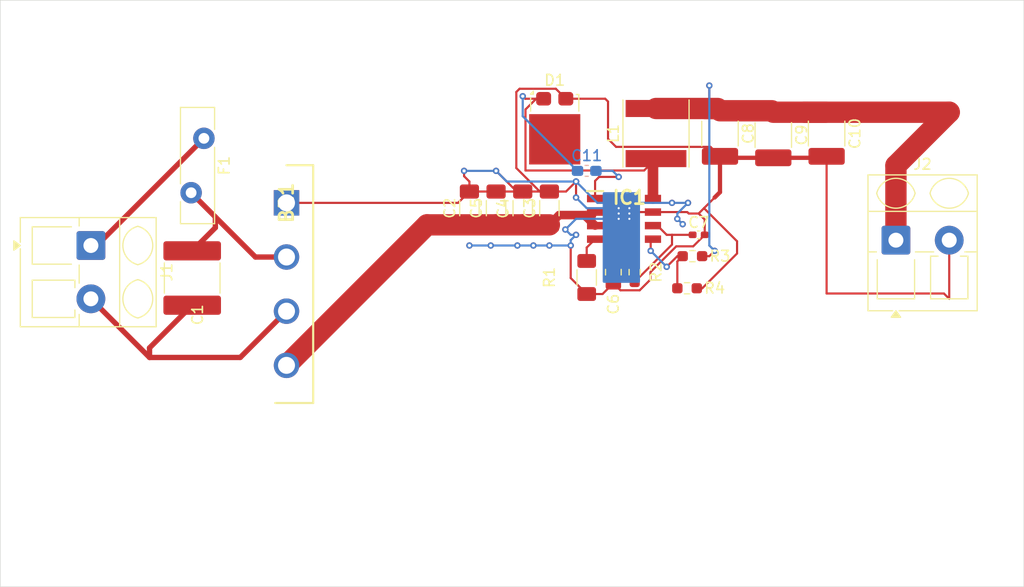
<source format=kicad_pcb>
(kicad_pcb (version 20241229) (generator "pcbnew") (generator_version "9.0")
  (layers (0 "F.Cu" signal) (2 "B.Cu" signal) (13 "F.Paste" user) (15 "B.Paste" user) (5 "F.SilkS" user "F.Silkscreen") (7 "B.SilkS" user "B.Silkscreen") (1 "F.Mask" user) (3 "B.Mask" user) (25 "Edge.Cuts" user))
  (net 0 "")
  (net 1 "+VDC")
  (net 2 "NEUT")
  (net 3 "AC")
  (net 4 "GND")
  (net 5 "Net-(C6-Pad1)")
  (net 6 "Net-(IC1-COMP)")
  (net 7 "+5V")
  (net 8 "Net-(D1-K)")
  (net 9 "Net-(IC1-BOOT)")
  (net 10 "Net-(J1-Pin_1)")
  (net 11 "Net-(IC1-FB)")
  (net 12 "Net-(IC1-RT{slash}SYNC)")
  (footprint "Capacitor_SMD:C_1206_3216Metric_Pad1.33x1.80mm_HandSolder" (layer "F.Cu") (at 209.5 102 90)
    (property "Reference" "C2" (at 0 -1.85 90) (layer "F.SilkS"))
    (property "Value" "C")
    (fp_line (start -0.711252 -0.91) (end 0.711252 -0.91) (stroke (width 0.12)) (layer "F.SilkS"))
    (fp_line (start -0.711252 0.91) (end 0.711252 0.91) (stroke (width 0.12)) (layer "F.SilkS"))
    (pad "1" smd roundrect (at -1.5625 0 90) (size 1.325 1.8) (layers "F.Cu" "F.Mask" "F.Paste") (roundrect_rratio 0.188679) (net 1 "+VDC"))
    (pad "2" smd roundrect (at 1.5625 0 90) (size 1.325 1.8) (layers "F.Cu" "F.Mask" "F.Paste") (roundrect_rratio 0.188679) (net 4 "GND"))
  )
  (footprint "Capacitor_SMD:C_1206_3216Metric_Pad1.33x1.80mm_HandSolder" (layer "F.Cu") (at 217 102 90)
    (property "Reference" "C3" (at 0 -1.85 90) (layer "F.SilkS"))
    (property "Value" "C")
    (fp_line (start -0.711252 -0.91) (end 0.711252 -0.91) (stroke (width 0.12)) (layer "F.SilkS"))
    (fp_line (start -0.711252 0.91) (end 0.711252 0.91) (stroke (width 0.12)) (layer "F.SilkS"))
    (pad "1" smd roundrect (at -1.5625 0 90) (size 1.325 1.8) (layers "F.Cu" "F.Mask" "F.Paste") (roundrect_rratio 0.188679) (net 1 "+VDC"))
    (pad "2" smd roundrect (at 1.5625 0 90) (size 1.325 1.8) (layers "F.Cu" "F.Mask" "F.Paste") (roundrect_rratio 0.188679) (net 4 "GND"))
  )
  (footprint "Resistor_SMD:R_0603_1608Metric_Pad0.98x0.95mm_HandSolder" (layer "F.Cu") (at 230.4125 106.5 180)
    (property "Reference" "R3" (at -2.5875 0 0) (layer "F.SilkS"))
    (property "Value" "R")
    (fp_line (start -0.254724 0.5225) (end 0.254724 0.5225) (stroke (width 0.12)) (layer "F.SilkS"))
    (fp_line (start -0.254724 -0.5225) (end 0.254724 -0.5225) (stroke (width 0.12)) (layer "F.SilkS"))
    (pad "1" smd roundrect (at -0.9125 0 180) (size 0.975 0.95) (layers "F.Cu" "F.Mask" "F.Paste") (net 7 "+5V"))
    (pad "2" smd roundrect (at 0.9125 0 180) (size 0.975 0.95) (layers "F.Cu" "F.Mask" "F.Paste") (net 11 "Net-(IC1-FB)"))
  )
  (footprint "Resistor_SMD:R_1206_3216Metric_Pad1.30x1.75mm_HandSolder" (layer "F.Cu") (at 220.5 108.5 -90)
    (property "Reference" "R1" (at 0 3.5 90) (layer "F.SilkS"))
    (property "Value" "249k")
    (fp_line (start -0.727064 0.91) (end 0.727064 0.91) (stroke (width 0.12)) (layer "F.SilkS"))
    (fp_line (start -0.727064 -0.91) (end 0.727064 -0.91) (stroke (width 0.12)) (layer "F.SilkS"))
    (pad "1" smd roundrect (at -1.55 0 270) (size 1.3 1.75) (layers "F.Cu" "F.Mask" "F.Paste") (roundrect_rratio 0.192308) (net 12 "Net-(IC1-RT{slash}SYNC)"))
    (pad "2" smd roundrect (at 1.55 0 270) (size 1.3 1.75) (layers "F.Cu" "F.Mask" "F.Paste") (roundrect_rratio 0.192308) (net 4 "GND"))
  )
  (footprint "TerminalBlock_MetzConnect:TerminalBlock_MetzConnect_Type205_RT04502UBLC_1x02_P5.00mm_45Degree" (layer "F.Cu") (at 174 105.5 -90)
    (property "Reference" "J1" (at 2.5 -7.12 90) (layer "F.SilkS"))
    (property "Value" "Screw_Terminal_01x02")
    (fp_line (start -2.62 6.62) (end -2.62 -6.12) (stroke (width 0.12)) (layer "F.SilkS"))
    (fp_line (start -0.3 6.62) (end -2.62 6.62) (stroke (width 0.12)) (layer "F.SilkS"))
    (fp_line (start 7.62 6.62) (end 0.3 6.62) (stroke (width 0.12)) (layer "F.SilkS"))
    (fp_line (start -1.75 5.5) (end -1.75 1.83) (stroke (width 0.12)) (layer "F.SilkS"))
    (fp_line (start 1.75 5.5) (end -1.75 5.5) (stroke (width 0.12)) (layer "F.SilkS"))
    (fp_line (start 3.25 5.5) (end 3.25 1.5) (stroke (width 0.12)) (layer "F.SilkS"))
    (fp_line (start 6.75 5.5) (end 3.25 5.5) (stroke (width 0.12)) (layer "F.SilkS"))
    (fp_line (start 1.75 1.83) (end 1.75 5.5) (stroke (width 0.12)) (layer "F.SilkS"))
    (fp_line (start 3.25 1.5) (end 3.952 1.5) (stroke (width 0.12)) (layer "F.SilkS"))
    (fp_line (start 6.048 1.5) (end 6.75 1.5) (stroke (width 0.12)) (layer "F.SilkS"))
    (fp_line (start 6.75 1.5) (end 6.75 5.5) (stroke (width 0.12)) (layer "F.SilkS"))
    (fp_line (start -2.62 1.1) (end -1.83 1.1) (stroke (width 0.12)) (layer "F.SilkS"))
    (fp_line (start 1.83 1.1) (end 3.538 1.1) (stroke (width 0.12)) (layer "F.SilkS"))
    (fp_line (start 6.462 1.1) (end 7.62 1.1) (stroke (width 0.12)) (layer "F.SilkS"))
    (fp_line (start -2.62 -2.7) (end 7.62 -2.7) (stroke (width 0.12)) (layer "F.SilkS"))
    (fp_line (start -2.62 -6.12) (end 7.62 -6.12) (stroke (width 0.12)) (layer "F.SilkS"))
    (fp_line (start 7.62 -6.12) (end 7.62 6.62) (stroke (width 0.12)) (layer "F.SilkS"))
    (fp_arc (start -1.8 -4.4) (mid 0 -5.8) (end 1.8 -4.4) (stroke (width 0.12)) (layer "F.SilkS"))
    (fp_arc (start 1.8 -4.4) (mid 0 -3) (end -1.8 -4.4) (stroke (width 0.12)) (layer "F.SilkS"))
    (fp_arc (start 3.2 -4.4) (mid 5 -5.8) (end 6.8 -4.4) (stroke (width 0.12)) (layer "F.SilkS"))
    (fp_arc (start 6.8 -4.4) (mid 5 -3) (end 3.2 -4.4) (stroke (width 0.12)) (layer "F.SilkS"))
    (fp_poly (pts (xy 0 6.62) (xy 0.44 7.23) (xy -0.44 7.23)) (stroke (width 0.12)) (fill yes) (layer "F.SilkS"))
    (pad "1" thru_hole roundrect (at 0 0 270) (size 2.7 2.7) (drill 1.4) (layers "*.Cu" "*.Mask") (roundrect_rratio 0.092593) (net 10 "Net-(J1-Pin_1)"))
    (pad "2" thru_hole circle (at 5 0 270) (size 2.7 2.7) (drill 1.4) (layers "*.Cu" "*.Mask") (net 2 "NEUT"))
  )
  (footprint "Package_TO_SOT_SMD:TO-277A" (layer "F.Cu") (at 217.5 94.5)
    (property "Reference" "D1" (at 0 -4.5 180) (layer "F.SilkS"))
    (property "Value" "D")
    (fp_line (start -2.26 -2.87) (end -2.26 -1.6) (stroke (width 0.12)) (layer "F.SilkS"))
    (fp_line (start 2.26 -3.16) (end 2.02 -3.16) (stroke (width 0.12)) (layer "F.SilkS"))
    (fp_line (start 2.26 -3.16) (end 2.26 -1.6) (stroke (width 0.12)) (layer "F.SilkS"))
    (fp_poly (pts (xy -2 -3.19) (xy -2.28 -3.19) (xy -2 -3.47) (xy -2 -3.19)) (stroke (width 0.12)) (fill yes) (layer "F.SilkS"))
    (pad "1" smd roundrect (at -1.04 -2.765) (size 1.4 1.27) (layers "F.Cu" "F.Mask" "F.Paste") (net 8 "Net-(D1-K)"))
    (pad "2" smd roundrect (at 1.04 -2.765) (size 1.4 1.27) (layers "F.Cu" "F.Mask" "F.Paste") (net 4 "GND"))
    (pad "3" smd rect (at 0 1.04) (size 4.8 4.72) (layers "F.Cu" "F.Mask"))
  )
  (footprint "Resistor_SMD:R_0603_1608Metric_Pad0.98x0.95mm_HandSolder" (layer "F.Cu") (at 225 108 90)
    (property "Reference" "R2" (at 0 2 90) (layer "F.SilkS"))
    (property "Value" "R")
    (fp_line (start -0.254724 -0.5225) (end 0.254724 -0.5225) (stroke (width 0.12)) (layer "F.SilkS"))
    (fp_line (start -0.254724 0.5225) (end 0.254724 0.5225) (stroke (width 0.12)) (layer "F.SilkS"))
    (pad "1" smd roundrect (at -0.9125 0 90) (size 0.975 0.95) (layers "F.Cu" "F.Mask" "F.Paste") (net 6 "Net-(IC1-COMP)"))
    (pad "2" smd roundrect (at 0.9125 0 90) (size 0.975 0.95) (layers "F.Cu" "F.Mask" "F.Paste") (net 5 "Net-(C6-Pad1)"))
  )
  (footprint "TerminalBlock_MetzConnect:TerminalBlock_MetzConnect_Type205_RT04502UBLC_1x02_P5.00mm_45Degree" (layer "F.Cu") (at 249.5 105)
    (property "Reference" "J2" (at 2.5 -7.12 0) (layer "F.SilkS"))
    (property "Value" "Screw_Terminal_01x02")
    (fp_line (start -2.62 -6.12) (end 7.62 -6.12) (stroke (width 0.12)) (layer "F.SilkS"))
    (fp_line (start -2.62 -2.7) (end 7.62 -2.7) (stroke (width 0.12)) (layer "F.SilkS"))
    (fp_line (start -2.62 1.1) (end -1.83 1.1) (stroke (width 0.12)) (layer "F.SilkS"))
    (fp_line (start -2.62 6.62) (end -2.62 -6.12) (stroke (width 0.12)) (layer "F.SilkS"))
    (fp_line (start -1.75 5.5) (end -1.75 1.83) (stroke (width 0.12)) (layer "F.SilkS"))
    (fp_line (start -0.3 6.62) (end -2.62 6.62) (stroke (width 0.12)) (layer "F.SilkS"))
    (fp_line (start 1.75 1.83) (end 1.75 5.5) (stroke (width 0.12)) (layer "F.SilkS"))
    (fp_line (start 1.75 5.5) (end -1.75 5.5) (stroke (width 0.12)) (layer "F.SilkS"))
    (fp_line (start 1.83 1.1) (end 3.538 1.1) (stroke (width 0.12)) (layer "F.SilkS"))
    (fp_line (start 3.25 1.5) (end 3.952 1.5) (stroke (width 0.12)) (layer "F.SilkS"))
    (fp_line (start 3.25 5.5) (end 3.25 1.5) (stroke (width 0.12)) (layer "F.SilkS"))
    (fp_line (start 6.048 1.5) (end 6.75 1.5) (stroke (width 0.12)) (layer "F.SilkS"))
    (fp_line (start 6.462 1.1) (end 7.62 1.1) (stroke (width 0.12)) (layer "F.SilkS"))
    (fp_line (start 6.75 1.5) (end 6.75 5.5) (stroke (width 0.12)) (layer "F.SilkS"))
    (fp_line (start 6.75 5.5) (end 3.25 5.5) (stroke (width 0.12)) (layer "F.SilkS"))
    (fp_line (start 7.62 -6.12) (end 7.62 6.62) (stroke (width 0.12)) (layer "F.SilkS"))
    (fp_line (start 7.62 6.62) (end 0.3 6.62) (stroke (width 0.12)) (layer "F.SilkS"))
    (fp_arc (start -1.8 -4.4) (mid 0 -5.8) (end 1.8 -4.4) (stroke (width 0.12)) (layer "F.SilkS"))
    (fp_arc (start 1.8 -4.4) (mid 0 -3) (end -1.8 -4.4) (stroke (width 0.12)) (layer "F.SilkS"))
    (fp_arc (start 3.2 -4.4) (mid 5 -5.8) (end 6.8 -4.4) (stroke (width 0.12)) (layer "F.SilkS"))
    (fp_arc (start 6.8 -4.4) (mid 5 -3) (end 3.2 -4.4) (stroke (width 0.12)) (layer "F.SilkS"))
    (fp_poly (pts (xy 0 6.62) (xy 0.44 7.23) (xy -0.44 7.23)) (stroke (width 0.12)) (fill yes) (layer "F.SilkS"))
    (pad "1" thru_hole roundrect (at 0 0) (size 2.7 2.7) (drill 1.4) (layers "*.Cu" "*.Mask") (roundrect_rratio 0.092593) (net 7 "+5V"))
    (pad "2" thru_hole circle (at 5 0) (size 2.7 2.7) (drill 1.4) (layers "*.Cu" "*.Mask") (net 4 "GND"))
  )
  (footprint "Capacitor_SMD:C_0402_1005Metric_Pad0.74x0.62mm_HandSolder" (layer "F.Cu") (at 231 104.5)
    (property "Reference" "C7" (at 0 -1.16 0) (layer "F.SilkS"))
    (property "Value" "C")
    (fp_line (start -0.115835 -0.36) (end 0.115835 -0.36) (stroke (width 0.12)) (layer "F.SilkS"))
    (fp_line (start -0.115835 0.36) (end 0.115835 0.36) (stroke (width 0.12)) (layer "F.SilkS"))
    (pad "1" smd roundrect (at -0.5675 0) (size 0.735 0.62) (layers "F.Cu" "F.Mask" "F.Paste") (net 6 "Net-(IC1-COMP)"))
    (pad "2" smd roundrect (at 0.5675 0) (size 0.735 0.62) (layers "F.Cu" "F.Mask" "F.Paste") (net 4 "GND"))
  )
  (footprint "Capacitor_SMD:C_1206_3216Metric_Pad1.33x1.80mm_HandSolder" (layer "F.Cu") (at 212 102 90)
    (property "Reference" "C5" (at 0 -1.85 90) (layer "F.SilkS"))
    (property "Value" "C")
    (fp_line (start -0.711252 -0.91) (end 0.711252 -0.91) (stroke (width 0.12)) (layer "F.SilkS"))
    (fp_line (start -0.711252 0.91) (end 0.711252 0.91) (stroke (width 0.12)) (layer "F.SilkS"))
    (pad "1" smd roundrect (at -1.5625 0 90) (size 1.325 1.8) (layers "F.Cu" "F.Mask" "F.Paste") (roundrect_rratio 0.188679) (net 1 "+VDC"))
    (pad "2" smd roundrect (at 1.5625 0 90) (size 1.325 1.8) (layers "F.Cu" "F.Mask" "F.Paste") (roundrect_rratio 0.188679) (net 4 "GND"))
  )
  (footprint "Capacitor_SMD:C_1812_4532Metric_Pad1.57x3.40mm_HandSolder" (layer "F.Cu") (at 243 95 -90)
    (property "Reference" "C10" (at 0 -2.65 90) (layer "F.SilkS"))
    (property "Value" "C")
    (fp_line (start -1.161252 1.71) (end 1.161252 1.71) (stroke (width 0.12)) (layer "F.SilkS"))
    (fp_line (start -1.161252 -1.71) (end 1.161252 -1.71) (stroke (width 0.12)) (layer "F.SilkS"))
    (pad "1" smd roundrect (at -2.1375 0 270) (size 1.575 3.4) (layers "F.Cu" "F.Mask" "F.Paste") (roundrect_rratio 0.15873) (net 7 "+5V"))
    (pad "2" smd roundrect (at 2.1375 0 270) (size 1.575 3.4) (layers "F.Cu" "F.Mask" "F.Paste") (roundrect_rratio 0.15873) (net 4 "GND"))
  )
  (footprint "Inductor_SMD:L_Taiyo-Yuden_NR-60xx" (layer "F.Cu") (at 227 95 90)
    (property "Reference" "L1" (at 0 -4 90) (layer "F.SilkS"))
    (property "Value" "L")
    (fp_line (start -3.15 -3.1) (end 3.15 -3.1) (stroke (width 0.12)) (layer "F.SilkS"))
    (fp_line (start -3.15 3.1) (end 3.15 3.1) (stroke (width 0.12)) (layer "F.SilkS"))
    (pad "1" smd rect (at -2.35 0 90) (size 1.6 5.7) (layers "F.Cu" "F.Mask" "F.Paste") (net 8 "Net-(D1-K)"))
    (pad "2" smd rect (at 2.35 0 90) (size 1.6 5.7) (layers "F.Cu" "F.Mask" "F.Paste") (net 7 "+5V"))
  )
  (footprint "Capacitor_SMD:C_0805_2012Metric_Pad1.18x1.45mm_HandSolder" (layer "F.Cu") (at 223 108 -90)
    (property "Reference" "C6" (at 3 0 90) (layer "F.SilkS"))
    (property "Value" "C")
    (fp_line (start -0.261252 0.735) (end 0.261252 0.735) (stroke (width 0.12)) (layer "F.SilkS"))
    (fp_line (start -0.261252 -0.735) (end 0.261252 -0.735) (stroke (width 0.12)) (layer "F.SilkS"))
    (pad "1" smd roundrect (at -1.0375 0 270) (size 1.175 1.45) (layers "F.Cu" "F.Mask" "F.Paste") (roundrect_rratio 0.212766) (net 5 "Net-(C6-Pad1)"))
    (pad "2" smd roundrect (at 1.0375 0 270) (size 1.175 1.45) (layers "F.Cu" "F.Mask" "F.Paste") (roundrect_rratio 0.212766) (net 4 "GND"))
  )
  (footprint "rt6365gsp:SOIC127P600X175-9N" (layer "F.Cu") (at 224 103)
    (property "Reference" "IC1" (at 0.5 -2 0) (layer "F.SilkS") (effects (font (size 1.27 1.27) (thickness 0.254))))
    (property "Value" "RT6365GSP" (hide yes))
    (fp_line (start -3.475 -2.605) (end -1.952 -2.605) (stroke (width 0.2)) (layer "F.SilkS"))
    (pad "1" smd rect (at -2.714 -1.905 90) (size 0.7 1.522) (layers "F.Cu" "F.Mask" "F.Paste") (net 9 "Net-(IC1-BOOT)"))
    (pad "2" smd rect (at -2.714 -0.635 90) (size 0.7 1.522) (layers "F.Cu" "F.Mask" "F.Paste") (net 1 "+VDC"))
    (pad "3" smd rect (at -2.714 0.635 90) (size 0.7 1.522) (layers "F.Cu" "F.Mask" "F.Paste") (net 1 "+VDC"))
    (pad "4" smd rect (at -2.714 1.905 90) (size 0.7 1.522) (layers "F.Cu" "F.Mask" "F.Paste") (net 12 "Net-(IC1-RT{slash}SYNC)"))
    (pad "5" smd rect (at 2.714 1.905 90) (size 0.7 1.522) (layers "F.Cu" "F.Mask" "F.Paste") (net 11 "Net-(IC1-FB)"))
    (pad "6" smd rect (at 2.714 0.635 90) (size 0.7 1.522) (layers "F.Cu" "F.Mask" "F.Paste") (net 6 "Net-(IC1-COMP)"))
    (pad "7" smd rect (at 2.714 -0.635 90) (size 0.7 1.522) (layers "F.Cu" "F.Mask" "F.Paste") (net 4 "GND"))
    (pad "8" smd rect (at 2.714 -1.905 90) (size 0.7 1.522) (layers "F.Cu" "F.Mask" "F.Paste") (net 8 "Net-(D1-K)"))
    (pad "9" smd rect (at 0 0) (size 2.5 3.5) (layers "F.Cu" "F.Mask" "F.Paste") (net 4 "GND"))
  )
  (footprint "Capacitor_SMD:C_2220_5750Metric" (layer "F.Cu") (at 183.5 108.55 90)
    (property "Reference" "C1" (at -3.45 0.5 90) (layer "F.SilkS"))
    (property "Value" "C")
    (fp_line (start -1.415748 -2.61) (end 1.415748 -2.61) (stroke (width 0.12)) (layer "F.SilkS"))
    (fp_line (start -1.415748 2.61) (end 1.415748 2.61) (stroke (width 0.12)) (layer "F.SilkS"))
    (pad "1" smd roundrect (at -2.55 0 90) (size 1.8 5.4) (layers "F.Cu" "F.Mask" "F.Paste") (roundrect_rratio 0.138889) (net 2 "NEUT"))
    (pad "2" smd roundrect (at 2.55 0 90) (size 1.8 5.4) (layers "F.Cu" "F.Mask" "F.Paste") (roundrect_rratio 0.138889) (net 3 "AC"))
  )
  (footprint "Capacitor_SMD:C_1812_4532Metric_Pad1.57x3.40mm_HandSolder" (layer "F.Cu") (at 233 95 -90)
    (property "Reference" "C8" (at 0 -2.65 90) (layer "F.SilkS"))
    (property "Value" "C")
    (fp_line (start -1.161252 1.71) (end 1.161252 1.71) (stroke (width 0.12)) (layer "F.SilkS"))
    (fp_line (start -1.161252 -1.71) (end 1.161252 -1.71) (stroke (width 0.12)) (layer "F.SilkS"))
    (pad "1" smd roundrect (at -2.1375 0 270) (size 1.575 3.4) (layers "F.Cu" "F.Mask" "F.Paste") (roundrect_rratio 0.15873) (net 7 "+5V"))
    (pad "2" smd roundrect (at 2.1375 0 270) (size 1.575 3.4) (layers "F.Cu" "F.Mask" "F.Paste") (roundrect_rratio 0.15873) (net 4 "GND"))
  )
  (footprint "Capacitor_SMD:C_1206_3216Metric_Pad1.33x1.80mm_HandSolder" (layer "F.Cu") (at 214.5 102 90)
    (property "Reference" "C4" (at 0 -1.85 90) (layer "F.SilkS"))
    (property "Value" "C")
    (fp_line (start -0.711252 -0.91) (end 0.711252 -0.91) (stroke (width 0.12)) (layer "F.SilkS"))
    (fp_line (start -0.711252 0.91) (end 0.711252 0.91) (stroke (width 0.12)) (layer "F.SilkS"))
    (pad "1" smd roundrect (at -1.5625 0 90) (size 1.325 1.8) (layers "F.Cu" "F.Mask" "F.Paste") (roundrect_rratio 0.188679) (net 1 "+VDC"))
    (pad "2" smd roundrect (at 1.5625 0 90) (size 1.325 1.8) (layers "F.Cu" "F.Mask" "F.Paste") (roundrect_rratio 0.188679) (net 4 "GND"))
  )
  (footprint "Fuse:Fuse_Bourns_MF-RG600" (layer "F.Cu") (at 184.6 95.45 -90)
    (property "Reference" "F1" (at 2.55 -1.9 90) (layer "F.SilkS"))
    (property "Value" "Polyfuse")
    (fp_line (start -2.9 2.2) (end -2.9 -1) (stroke (width 0.12)) (layer "F.SilkS"))
    (fp_line (start 4.262 2.2) (end -2.9 2.2) (stroke (width 0.12)) (layer "F.SilkS"))
    (fp_line (start 8 2.2) (end 5.938 2.2) (stroke (width 0.12)) (layer "F.SilkS"))
    (fp_line (start -2.9 -1) (end -0.838 -1) (stroke (width 0.12)) (layer "F.SilkS"))
    (fp_line (start 0.838 -1) (end 8 -1) (stroke (width 0.12)) (layer "F.SilkS"))
    (fp_line (start 8 -1) (end 8 2.2) (stroke (width 0.12)) (layer "F.SilkS"))
    (pad "1" thru_hole circle (at 0 0 270) (size 2.01 2.01) (drill 1.01) (layers "*.Cu" "*.Mask") (net 10 "Net-(J1-Pin_1)"))
    (pad "2" thru_hole circle (at 5.1 1.2 270) (size 2.01 2.01) (drill 1.01) (layers "*.Cu" "*.Mask") (net 3 "AC"))
  )
  (footprint "gbu1010:TO508P356X2205X2135-4P" (layer "F.Cu") (at 192.346 101.5 -90)
    (property "Reference" "BR1" (at 0 0 270) (layer "F.SilkS") (effects (font (size 1.27 1.27) (thickness 0.254))))
    (property "Value" "GBU1010" (hide yes))
    (fp_line (start 18.77 1.06) (end 18.77 -2.5) (stroke (width 0.2)) (layer "F.SilkS"))
    (fp_line (start -3.53 -2.5) (end -3.53 0) (stroke (width 0.2)) (layer "F.SilkS"))
    (fp_line (start 18.77 -2.5) (end -3.53 -2.5) (stroke (width 0.2)) (layer "F.SilkS"))
    (pad "1" thru_hole rect (at 0 0 270) (size 2.385 2.385) (drill 1.59) (layers "*.Cu" "*.Mask") (net 4 "GND"))
    (pad "2" thru_hole circle (at 5.08 0 270) (size 2.385 2.385) (drill 1.59) (layers "*.Cu" "*.Mask") (net 3 "AC"))
    (pad "3" thru_hole circle (at 10.16 0 270) (size 2.385 2.385) (drill 1.59) (layers "*.Cu" "*.Mask") (net 2 "NEUT"))
    (pad "4" thru_hole circle (at 15.24 0 270) (size 2.385 2.385) (drill 1.59) (layers "*.Cu" "*.Mask") (net 1 "+VDC"))
  )
  (footprint "Resistor_SMD:R_0603_1608Metric_Pad0.98x0.95mm_HandSolder" (layer "F.Cu") (at 229.9125 109.51)
    (property "Reference" "R4" (at 2.5875 -0.01 0) (layer "F.SilkS"))
    (property "Value" "R")
    (fp_line (start -0.254724 -0.5225) (end 0.254724 -0.5225) (stroke (width 0.12)) (layer "F.SilkS"))
    (fp_line (start -0.254724 0.5225) (end 0.254724 0.5225) (stroke (width 0.12)) (layer "F.SilkS"))
    (pad "1" smd roundrect (at -0.9125 0) (size 0.975 0.95) (layers "F.Cu" "F.Mask" "F.Paste") (net 11 "Net-(IC1-FB)"))
    (pad "2" smd roundrect (at 0.9125 0) (size 0.975 0.95) (layers "F.Cu" "F.Mask" "F.Paste") (net 4 "GND"))
  )
  (footprint "Capacitor_SMD:C_1812_4532Metric_Pad1.57x3.40mm_HandSolder" (layer "F.Cu") (at 238 95.1375 -90)
    (property "Reference" "C9" (at 0 -2.65 90) (layer "F.SilkS"))
    (property "Value" "C")
    (fp_line (start -1.161252 1.71) (end 1.161252 1.71) (stroke (width 0.12)) (layer "F.SilkS"))
    (fp_line (start -1.161252 -1.71) (end 1.161252 -1.71) (stroke (width 0.12)) (layer "F.SilkS"))
    (pad "1" smd roundrect (at -2.1375 0 270) (size 1.575 3.4) (layers "F.Cu" "F.Mask" "F.Paste") (roundrect_rratio 0.15873) (net 7 "+5V"))
    (pad "2" smd roundrect (at 2.1375 0 270) (size 1.575 3.4) (layers "F.Cu" "F.Mask" "F.Paste") (roundrect_rratio 0.15873) (net 4 "GND"))
  )
  (footprint "Capacitor_SMD:C_0603_1608Metric_Pad1.08x0.95mm_HandSolder" (layer "B.Cu") (at 220.5 98.5 180)
    (property "Reference" "C11" (at 0 1.43 0) (layer "B.Cu"))
    (property "Value" "C")
    (fp_line (start -0.146267 0.51) (end 0.146267 0.51) (stroke (width 0.12)) (layer "B.SilkS"))
    (fp_line (start -0.146267 -0.51) (end 0.146267 -0.51) (stroke (width 0.12)) (layer "B.SilkS"))
    (pad "1" smd roundrect (at -0.8625 0 180) (size 1.075 0.95) (layers "B.Cu" "B.Mask" "B.Paste") (net 9 "Net-(IC1-BOOT)"))
    (pad "2" smd roundrect (at 0.8625 0 180) (size 1.075 0.95) (layers "B.Cu" "B.Mask" "B.Paste") (net 8 "Net-(D1-K)"))
  )
  (gr_line (start 232.5 93) (end 233.5 93) (stroke (width 0.2)) (layer "F.Cu") (net 7))
  (gr_line (start 236.5 93) (end 239 93) (stroke (width 0.2)) (layer "F.Cu") (net 7))
  (gr_rect (start 165.5 82.5) (end 261.5 137.5) (stroke (width 0.05)) (fill no) (layer "Edge.Cuts"))
  (segment (start 217.9165 102.646) (end 220.5 102.646) (width 0.8) (layer "F.Cu") (net 1))
  (segment (start 192.346 116.74) (end 205.5235 103.5625) (width 2) (layer "F.Cu") (net 1))
  (segment (start 205.5235 103.5625) (end 212 103.5625) (width 2) (layer "F.Cu") (net 1))
  (segment (start 220.5 102.646) (end 220.5 102.849) (width 0.8) (layer "F.Cu") (net 1))
  (segment (start 214.5 103.5625) (end 217 103.5625) (width 2) (layer "F.Cu") (net 1))
  (segment (start 220.5 102.849) (end 221.286 103.635) (width 0.8) (layer "F.Cu") (net 1))
  (segment (start 217.9165 102.646) (end 217 103.5625) (width 0.8) (layer "F.Cu") (net 1))
  (segment (start 220.5 102.646) (end 221.005 102.646) (width 0.8) (layer "F.Cu") (net 1))
  (segment (start 212 103.5625) (end 214.5 103.5625) (width 2) (layer "F.Cu") (net 1))
  (segment (start 174 110.5) (end 179.5 116) (width 0.5) (layer "F.Cu") (net 2))
  (segment (start 179.5 115.1) (end 179.5 116) (width 0.5) (layer "F.Cu") (net 2))
  (segment (start 179.5 116) (end 188.006 116) (width 0.5) (layer "F.Cu") (net 2))
  (segment (start 188.006 116) (end 192.346 111.66) (width 0.5) (layer "F.Cu") (net 2))
  (segment (start 183.5 111.1) (end 179.5 115.1) (width 0.5) (layer "F.Cu") (net 2))
  (segment (start 189.43 106.58) (end 192.346 106.58) (width 0.5) (layer "F.Cu") (net 3))
  (segment (start 183.4 100.55) (end 185.675 102.825) (width 0.2) (layer "F.Cu") (net 3))
  (segment (start 185.675 102.825) (end 185.675 103.825) (width 0.5) (layer "F.Cu") (net 3))
  (segment (start 185.675 102.825) (end 186 103.15) (width 0.2) (layer "F.Cu") (net 3))
  (segment (start 183.4 100.55) (end 189.43 106.58) (width 0.5) (layer "F.Cu") (net 3))
  (segment (start 185.675 103.825) (end 183.5 106) (width 0.5) (layer "F.Cu") (net 3))
  (segment (start 220.5 110.05) (end 221.9875 110.05) (width 0.2) (layer "F.Cu") (net 4))
  (segment (start 232.1115 96.249) (end 233 97.1375) (width 0.2) (layer "F.Cu") (net 4))
  (segment (start 238 97.275) (end 242.8625 97.275) (width 0.4) (layer "F.Cu") (net 4))
  (segment (start 243 110) (end 254 110) (width 0.2) (layer "F.Cu") (net 4))
  (segment (start 230.0675 102.5) (end 231 102.5) (width 0.2) (layer "F.Cu") (net 4))
  (segment (start 224.026 103.026) (end 224 103) (width 0.2) (layer "F.Cu") (net 4))
  (segment (start 214.5 100.4375) (end 217 100.4375) (width 0.2) (layer "F.Cu") (net 4))
  (segment (start 224.635 102.365) (end 224 103) (width 0.2) (layer "F.Cu") (net 4))
  (segment (start 218.5 92) (end 219 92) (width 0.2) (layer "F.Cu") (net 4))
  (segment (start 219.5 101) (end 219.5 99.5) (width 0.2) (layer "F.Cu") (net 4))
  (segment (start 231.5 102) (end 232.5 101) (width 0.2) (layer "F.Cu") (net 4))
  (segment (start 212 98.5) (end 213.9375 100.4375) (width 0.2) (layer "F.Cu") (net 4))
  (segment (start 213.899 91.101) (end 214.201 90.799) (width 0.2) (layer "F.Cu") (net 4))
  (segment (start 208.4375 101.5) (end 209.5 100.4375) (width 0.2) (layer "F.Cu") (net 4))
  (segment (start 242.8625 97.275) (end 243 97.1375) (width 0.2) (layer "F.Cu") (net 4))
  (segment (start 229.9325 102.365) (end 226.714 102.365) (width 0.2) (layer "F.Cu") (net 4))
  (segment (start 233.6375 97.1375) (end 233.775 97.275) (width 0.2) (layer "F.Cu") (net 4))
  (segment (start 231.5675 103.0675) (end 231 102.5) (width 0.2) (layer "F.Cu") (net 4))
  (segment (start 231.339943 109.51) (end 234.601 106.248943) (width 0.2) (layer "F.Cu") (net 4))
  (segment (start 223.6635 109.701) (end 223 109.0375) (width 0.2) (layer "F.Cu") (net 4))
  (segment (start 216.1 100.4375) (end 213.899 98.2365) (width 0.2) (layer "F.Cu") (net 4))
  (segment (start 226.4796 108) (end 226.4796 108.688534) (width 0.2) (layer "F.Cu") (net 4))
  (segment (start 221.9875 110.05) (end 223 109.0375) (width 0.2) (layer "F.Cu") (net 4))
  (segment (start 219.5 99.5) (end 218.5625 100.4375) (width 0.2) (layer "F.Cu") (net 4))
  (segment (start 219 108.55) (end 220.5 110.05) (width 0.2) (layer "F.Cu") (net 4))
  (segment (start 231.5675 104.5) (end 230.4889 105.5786) (width 0.2) (layer "F.Cu") (net 4))
  (segment (start 192.346 101.5) (end 208.4375 101.5) (width 0.2) (layer "F.Cu") (net 4))
  (segment (start 223.249 96.249) (end 222.5 95.5) (width 0.2) (layer "F.Cu") (net 4))
  (segment (start 213.899 98.2365) (end 213.899 91.101) (width 0.2) (layer "F.Cu") (net 4))
  (segment (start 226.4796 108.688534) (end 225.467134 109.701) (width 0.2) (layer "F.Cu") (net 4))
  (segment (start 222.5 92) (end 222.235 91.735) (width 0.2) (layer "F.Cu") (net 4))
  (segment (start 219 105.5) (end 219 108.55) (width 0.2) (layer "F.Cu") (net 4))
  (segment (start 233 100.5) (end 232.5 101) (width 0.4) (layer "F.Cu") (net 4))
  (segment (start 217 100.4375) (end 216.1 100.4375) (width 0.2) (layer "F.Cu") (net 4))
  (segment (start 228.901 105.5786) (end 226.4796 108) (width 0.2) (layer "F.Cu") (net 4))
  (segment (start 217.604 90.799) (end 218.54 91.735) (width 0.2) (layer "F.Cu") (net 4))
  (segment (start 254.5 110.5) (end 254.5 105) (width 0.2) (layer "F.Cu") (net 4))
  (segment (start 225.467134 109.701) (end 223.6635 109.701) (width 0.2) (layer "F.Cu") (net 4))
  (segment (start 230.825 109.51) (end 231.339943 109.51) (width 0.2) (layer "F.Cu") (net 4))
  (segment (start 218.5625 100.4375) (end 217 100.4375) (width 0.2) (layer "F.Cu") (net 4))
  (segment (start 223.249 96.249) (end 232.1115 96.249) (width 0.2) (layer "F.Cu") (net 4))
  (segment (start 230.0675 102.5) (end 229.9325 102.365) (width 0.2) (layer "F.Cu") (net 4))
  (segment (start 209.5 100.4375) (end 212 100.4375) (width 0.2) (layer "F.Cu") (net 4))
  (segment (start 231 102.5) (end 231.5 102) (width 0.2) (layer "F.Cu") (net 4))
  (segment (start 231.5675 104.5) (end 231.5675 103.0675) (width 0.2) (layer "F.Cu") (net 4))
  (segment (start 233 97.1375) (end 233.6375 97.1375) (width 0.2) (layer "F.Cu") (net 4))
  (segment (start 230.4889 105.5786) (end 228.901 105.5786) (width 0.2) (layer "F.Cu") (net 4))
  (segment (start 243 97.1375) (end 243 110) (width 0.2) (layer "F.Cu") (net 4))
  (segment (start 226.714 102.365) (end 224.635 102.365) (width 0.2) (layer "F.Cu") (net 4))
  (segment (start 234.601 105.101) (end 231.5 102) (width 0.2) (layer "F.Cu") (net 4))
  (segment (start 233.775 97.275) (end 238 97.275) (width 0.4) (layer "F.Cu") (net 4))
  (segment (start 209 98.5) (end 209 99) (width 0.2) (layer "F.Cu") (net 4))
  (segment (start 213.9375 100.4375) (end 214.5 100.4375) (width 0.2) (layer "F.Cu") (net 4))
  (segment (start 254 110) (end 254.5 110.5) (width 0.2) (layer "F.Cu") (net 4))
  (segment (start 209 99) (end 209.5 99.5) (width 0.2) (layer "F.Cu") (net 4))
  (segment (start 212 100.4375) (end 214.5 100.4375) (width 0.2) (layer "F.Cu") (net 4))
  (segment (start 234.601 106.248943) (end 234.601 105.101) (width 0.2) (layer "F.Cu") (net 4))
  (segment (start 222.235 91.735) (end 218.54 91.735) (width 0.2) (layer "F.Cu") (net 4))
  (segment (start 222.5 95.5) (end 222.5 92) (width 0.2) (layer "F.Cu") (net 4))
  (segment (start 233 97.1375) (end 233 100.5) (width 0.4) (layer "F.Cu") (net 4))
  (segment (start 209.5 99.5) (end 209.5 100.4375) (width 0.2) (layer "F.Cu") (net 4))
  (segment (start 214.201 90.799) (end 217.604 90.799) (width 0.2) (layer "F.Cu") (net 4))
  (via (at 224.5 102) (size 0.25) (drill 0.2) (layers "F.Cu" "B.Cu") (net 4))
  (via (at 223.5 102) (size 0.25) (drill 0.2) (layers "F.Cu" "B.Cu") (net 4))
  (via (at 219.5 101) (size 0.6) (drill 0.3) (layers "F.Cu" "B.Cu") (net 4))
  (via (at 209 98.5) (size 0.6) (drill 0.3) (layers "F.Cu" "B.Cu") (net 4))
  (via (at 219.5 104.5) (size 0.6) (drill 0.3) (layers "F.Cu" "B.Cu") (net 4))
  (via (at 219.5 99.5) (size 0.6) (drill 0.3) (layers "F.Cu" "B.Cu") (net 4))
  (via (at 217 105.5) (size 0.6) (drill 0.3) (layers "F.Cu" "B.Cu") (net 4))
  (via (at 219 105.5) (size 0.6) (drill 0.3) (layers "F.Cu" "B.Cu") (net 4))
  (via (at 223.5 102.5) (size 0.25) (drill 0.2) (layers "F.Cu" "B.Cu") (net 4))
  (via (at 228.5 101.5) (size 0.6) (drill 0.3) (layers "F.Cu" "B.Cu") (net 4))
  (via (at 214 105.5) (size 0.6) (drill 0.3) (layers "F.Cu" "B.Cu") (net 4))
  (via (at 219.5 99.5) (size 0.6) (drill 0.3) (layers "F.Cu" "B.Cu") (net 4))
  (via (at 212 98.5) (size 0.6) (drill 0.3) (layers "F.Cu" "B.Cu") (net 4))
  (via (at 209.5 105.5) (size 0.6) (drill 0.3) (layers "F.Cu" "B.Cu") (net 4))
  (via (at 223.5 103) (size 0.25) (drill 0.2) (layers "F.Cu" "B.Cu") (net 4))
  (via (at 229 103) (size 0.6) (drill 0.3) (layers "F.Cu" "B.Cu") (net 4))
  (via (at 215.5 105.5) (size 0.6) (drill 0.3) (layers "F.Cu" "B.Cu") (net 4))
  (via (at 224.5 102.5) (size 0.25) (drill 0.2) (layers "F.Cu" "B.Cu") (net 4))
  (via (at 211.5 105.5) (size 0.6) (drill 0.3) (layers "F.Cu" "B.Cu") (net 4))
  (via (at 224.5 103) (size 0.25) (drill 0.2) (layers "F.Cu" "B.Cu") (net 4))
  (via (at 218.5 104) (size 0.6) (drill 0.3) (layers "F.Cu" "B.Cu") (net 4))
  (via (at 229.5 103.5) (size 0.6) (drill 0.3) (layers "F.Cu" "B.Cu") (net 4))
  (via (at 230 101.5) (size 0.6) (drill 0.3) (layers "F.Cu" "B.Cu") (net 4))
  (segment (start 224.5 102.5) (end 224.5 102) (width 0.2) (layer "B.Cu") (net 4))
  (segment (start 219 105) (end 219.5 104.5) (width 0.2) (layer "B.Cu") (net 4))
  (segment (start 219 105.5) (end 219 105) (width 0.2) (layer "B.Cu") (net 4))
  (segment (start 229.5 103.5) (end 229 103) (width 0.2) (layer "B.Cu") (net 4))
  (segment (start 211.5 105.5) (end 214 105.5) (width 0.2) (layer "B.Cu") (net 4))
  (segment (start 224.5 102) (end 220.5 102) (width 0.2) (layer "B.Cu") (net 4))
  (segment (start 229 102.5) (end 229 103) (width 0.2) (layer "B.Cu") (net 4))
  (segment (start 224.5 102.5) (end 223.5 102.5) (width 0.2) (layer "B.Cu") (net 4))
  (segment (start 220.5 102) (end 219.5 101) (width 0.2) (layer "B.Cu") (net 4))
  (segment (start 214 105.5) (end 215.5 105.5) (width 0.2) (layer "B.Cu") (net 4))
  (segment (start 230 101.5) (end 229 102.5) (width 0.2) (layer "B.Cu") (net 4))
  (segment (start 219.5 103) (end 218.5 104) (width 0.2) (layer "B.Cu") (net 4))
  (segment (start 221.5 101.5) (end 219.5 99.5) (width 0.2) (layer "B.Cu") (net 4))
  (segment (start 223.5 103) (end 219.5 103) (width 0.2) (layer "B.Cu") (net 4))
  (segment (start 224.5 103) (end 224.5 102.5) (width 0.2) (layer "B.Cu") (net 4))
  (segment (start 212 98.5) (end 209 98.5) (width 0.2) (layer "B.Cu") (net 4))
  (segment (start 217 105.5) (end 219 105.5) (width 0.2) (layer "B.Cu") (net 4))
  (segment (start 223.5 102.5) (end 223.5 103) (width 0.2) (layer "B.Cu") (net 4))
  (segment (start 219 104.5) (end 218.5 104) (width 0.2) (layer "B.Cu") (net 4))
  (segment (start 209.5 105.5) (end 211.5 105.5) (width 0.2) (layer "B.Cu") (net 4))
  (segment (start 230 101.5) (end 228.5 101.5) (width 0.2) (layer "B.Cu") (net 4))
  (segment (start 219.5 104.5) (end 219 104.5) (width 0.2) (layer "B.Cu") (net 4))
  (segment (start 223.5 102.5) (end 223.5 102) (width 0.2) (layer "B.Cu") (net 4))
  (segment (start 223.5 102) (end 224.5 102) (width 0.2) (layer "B.Cu") (net 4))
  (segment (start 223.5 103) (end 224.5 103) (width 0.2) (layer "B.Cu") (net 4))
  (segment (start 219.5 99.5) (end 213 99.5) (width 0.2) (layer "B.Cu") (net 4))
  (segment (start 213 99.5) (end 212 98.5) (width 0.2) (layer "B.Cu") (net 4))
  (segment (start 215.5 105.5) (end 217 105.5) (width 0.2) (layer "B.Cu") (net 4))
  (segment (start 228.5 101.5) (end 221.5 101.5) (width 0.2) (layer "B.Cu") (net 4))
  (segment (start 223.125 107.0875) (end 223 106.9625) (width 0.2) (layer "F.Cu") (net 5))
  (segment (start 225 107.0875) (end 223.125 107.0875) (width 0.2) (layer "F.Cu") (net 5))
  (segment (start 228.5 104.5) (end 230.4325 104.5) (width 0.2) (layer "F.Cu") (net 6))
  (segment (start 225 108.9125) (end 228.5 105.4125) (width 0.2) (layer "F.Cu") (net 6))
  (segment (start 226.714 103.635) (end 227.135 103.635) (width 0.2) (layer "F.Cu") (net 6))
  (segment (start 228 104.5) (end 228.5 104.5) (width 0.2) (layer "F.Cu") (net 6))
  (segment (start 228.5 105.4125) (end 228.5 104.5) (width 0.2) (layer "F.Cu") (net 6))
  (segment (start 227.135 103.635) (end 228 104.5) (width 0.2) (layer "F.Cu") (net 6))
  (segment (start 232.7875 92.65) (end 233 92.8625) (width 0.2) (layer "F.Cu") (net 7))
  (segment (start 241 93) (end 242.8625 93) (width 2) (layer "F.Cu") (net 7))
  (segment (start 227 92.65) (end 232.7875 92.65) (width 2) (layer "F.Cu") (net 7))
  (segment (start 242.8625 93) (end 243 92.8625) (width 0.2) (layer "F.Cu") (net 7))
  (segment (start 238 93) (end 241 93) (width 2) (layer "F.Cu") (net 7))
  (segment (start 254.5 93) (end 249.5 98) (width 2) (layer "F.Cu") (net 7))
  (segment (start 232 91.8625) (end 232.7875 92.65) (width 0.2) (layer "F.Cu") (net 7))
  (segment (start 233 92.8625) (end 237.8625 92.8625) (width 2) (layer "F.Cu") (net 7))
  (segment (start 237.8625 92.8625) (end 238 93) (width 0.2) (layer "F.Cu") (net 7))
  (segment (start 249.5 98) (end 249.5 105) (width 2) (layer "F.Cu") (net 7))
  (segment (start 241 93) (end 254.5 93) (width 2) (layer "F.Cu") (net 7))
  (segment (start 231.325 106.5) (end 232 106.5) (width 0.2) (layer "F.Cu") (net 7))
  (segment (start 232 90.5) (end 232 91.8625) (width 0.2) (layer "F.Cu") (net 7))
  (segment (start 232 106.5) (end 232.5 106) (width 0.2) (layer "F.Cu") (net 7))
  (via (at 232 90.5) (size 0.6) (drill 0.3) (layers "F.Cu" "B.Cu") (net 7))
  (via (at 232.5 106) (size 0.6) (drill 0.3) (layers "F.Cu" "B.Cu") (net 7))
  (segment (start 232.5 106) (end 232 105.5) (width 0.2) (layer "B.Cu") (net 7))
  (segment (start 232 105.5) (end 232 90.5) (width 0.2) (layer "B.Cu") (net 7))
  (segment (start 214.759 98.466) (end 214.759 92.741) (width 0.2) (layer "F.Cu") (net 8))
  (segment (start 226.428 97.922) (end 227 97.35) (width 0.2) (layer "F.Cu") (net 8))
  (segment (start 227 97.35) (end 225.884 98.466) (width 0.2) (layer "F.Cu") (net 8))
  (segment (start 214.759 92.741) (end 215.765 91.735) (width 0.2) (layer "F.Cu") (net 8))
  (segment (start 226.714 97.636) (end 227 97.35) (width 0.2) (layer "F.Cu") (net 8))
  (segment (start 215.765 91.735) (end 216.46 91.735) (width 0.2) (layer "F.Cu") (net 8))
  (segment (start 225.884 98.466) (end 214.759 98.466) (width 0.2) (layer "F.Cu") (net 8))
  (segment (start 214.735 91.735) (end 214.5 91.5) (width 0.2) (layer "F.Cu") (net 8))
  (segment (start 216.46 91.735) (end 214.735 91.735) (width 0.2) (layer "F.Cu") (net 8))
  (segment (start 226.714 101.095) (end 226.714 97.636) (width 1) (layer "F.Cu") (net 8))
  (segment (start 216.42 92) (end 215.903 92) (width 0.2) (layer "F.Cu") (net 8))
  (via (at 214.5 91.5) (size 0.6) (drill 0.3) (layers "F.Cu" "B.Cu") (net 8))
  (segment (start 219.625417 98.5) (end 214.5 93.374583) (width 0.2) (layer "B.Cu") (net 8))
  (segment (start 214.5 93.374583) (end 214.5 91.5) (width 0.2) (layer "B.Cu") (net 8))
  (segment (start 219.6375 98.5) (end 219.625417 98.5) (width 0.2) (layer "B.Cu") (net 8))
  (segment (start 221.664 99.066) (end 221.286 99.444) (width 0.2) (layer "F.Cu") (net 9))
  (segment (start 223.5 99.066) (end 221.664 99.066) (width 0.2) (layer "F.Cu") (net 9))
  (segment (start 221.286 99.444) (end 221.286 101.095) (width 0.2) (layer "F.Cu") (net 9))
  (via (at 223.5 99.066) (size 0.6) (drill 0.3) (layers "F.Cu" "B.Cu") (net 9))
  (segment (start 221.3625 98.5) (end 222.934 98.5) (width 0.2) (layer "B.Cu") (net 9))
  (segment (start 222.934 98.5) (end 223.5 99.066) (width 0.2) (layer "B.Cu") (net 9))
  (segment (start 174.55 105.5) (end 184.6 95.45) (width 0.5) (layer "F.Cu") (net 10))
  (segment (start 174 105.5) (end 174.55 105.5) (width 0.2) (layer "F.Cu") (net 10))
  (segment (start 229 107) (end 229.5 106.5) (width 0.2) (layer "F.Cu") (net 11))
  (segment (start 229.5 106.5) (end 229 106.5) (width 0.2) (layer "F.Cu") (net 11))
  (segment (start 229 109.51) (end 229 107) (width 0.2) (layer "F.Cu") (net 11))
  (segment (start 226.5 106) (end 226.5 105.119) (width 0.2) (layer "F.Cu") (net 11))
  (segment (start 226.5 105.119) (end 226.714 104.905) (width 0.2) (layer "F.Cu") (net 11))
  (segment (start 229 106.5) (end 228 107.5) (width 0.2) (layer "F.Cu") (net 11))
  (via (at 228 107.5) (size 0.6) (drill 0.3) (layers "F.Cu" "B.Cu") (net 11))
  (via (at 226.5 106) (size 0.6) (drill 0.3) (layers "F.Cu" "B.Cu") (net 11))
  (segment (start 228 107.5) (end 226.5 106) (width 0.2) (layer "B.Cu") (net 11))
  (segment (start 220.5 106.95) (end 220.5 105.691) (width 0.2) (layer "F.Cu") (net 12))
  (segment (start 220.5 105.691) (end 221.286 104.905) (width 0.2) (layer "F.Cu") (net 12))
  (zone (net 4) (net_name "GND") (layer "B.Cu") (connect_pads (clearance 0.5)) (min_thickness 0.25) (fill yes (thermal_gap 0.5) (thermal_bridge_width 0.5))
    (polygon (pts (xy 222 100.5) (xy 225.5 100.5) (xy 225.5 109) (xy 222 109)))
  )
)
</source>
